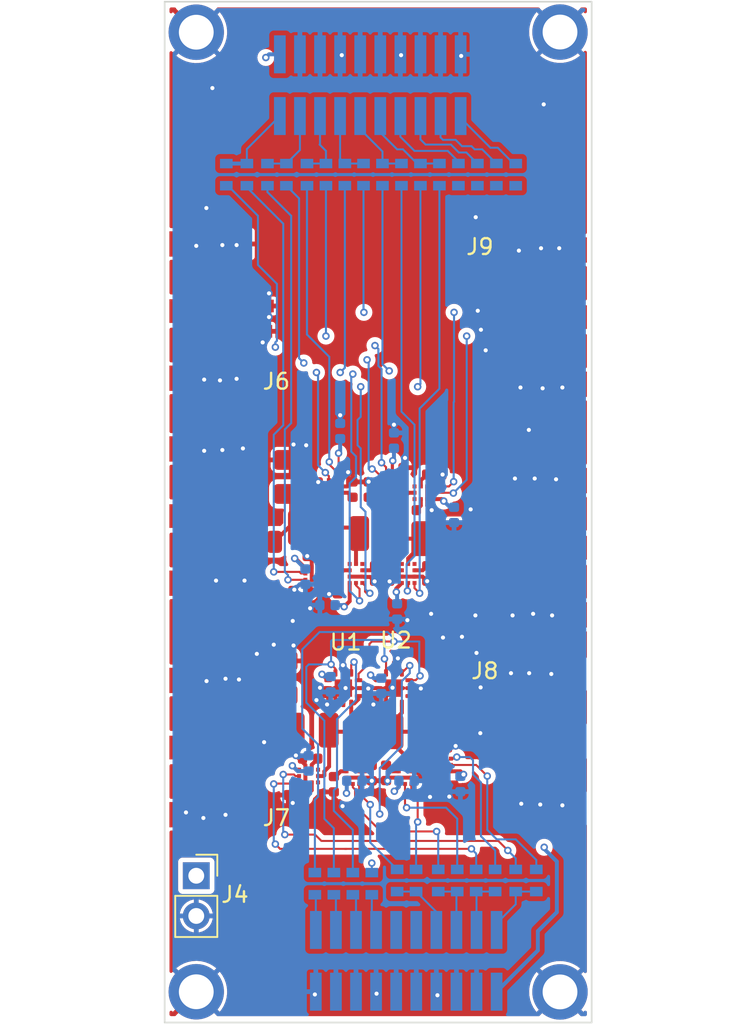
<source format=kicad_pcb>
(kicad_pcb (version 20211014) (generator pcbnew)

  (general
    (thickness 3.39)
  )

  (paper "A4")
  (layers
    (0 "F.Cu" mixed)
    (1 "In1.Cu" signal)
    (2 "In2.Cu" signal)
    (31 "B.Cu" mixed)
    (35 "F.Paste" user)
    (36 "B.SilkS" user "B.Silkscreen")
    (37 "F.SilkS" user "F.Silkscreen")
    (38 "B.Mask" user)
    (39 "F.Mask" user)
    (44 "Edge.Cuts" user)
    (45 "Margin" user)
    (46 "B.CrtYd" user "B.Courtyard")
    (47 "F.CrtYd" user "F.Courtyard")
    (48 "B.Fab" user)
    (49 "F.Fab" user)
  )

  (setup
    (stackup
      (layer "F.SilkS" (type "Top Silk Screen"))
      (layer "F.Paste" (type "Top Solder Paste"))
      (layer "F.Mask" (type "Top Solder Mask") (thickness 0.01))
      (layer "F.Cu" (type "copper") (thickness 0.035))
      (layer "dielectric 1" (type "core") (thickness 0.21) (material "FR4") (epsilon_r 4.5) (loss_tangent 0.02))
      (layer "In1.Cu" (type "copper") (thickness 0.035))
      (layer "dielectric 2" (type "prepreg") (thickness 1.51) (material "FR4") (epsilon_r 4.5) (loss_tangent 0.02))
      (layer "In2.Cu" (type "copper") (thickness 0.035))
      (layer "dielectric 3" (type "core") (thickness 1.51) (material "FR4") (epsilon_r 4.5) (loss_tangent 0.02))
      (layer "B.Cu" (type "copper") (thickness 0.035))
      (layer "B.Mask" (type "Bottom Solder Mask") (thickness 0.01))
      (layer "B.SilkS" (type "Bottom Silk Screen"))
      (copper_finish "None")
      (dielectric_constraints no)
    )
    (pad_to_mask_clearance 0)
    (aux_axis_origin 58 77)
    (pcbplotparams
      (layerselection 0x00010f8_ffffffff)
      (disableapertmacros false)
      (usegerberextensions false)
      (usegerberattributes true)
      (usegerberadvancedattributes true)
      (creategerberjobfile true)
      (svguseinch false)
      (svgprecision 6)
      (excludeedgelayer true)
      (plotframeref false)
      (viasonmask false)
      (mode 1)
      (useauxorigin false)
      (hpglpennumber 1)
      (hpglpenspeed 20)
      (hpglpendiameter 15.000000)
      (dxfpolygonmode true)
      (dxfimperialunits true)
      (dxfusepcbnewfont true)
      (psnegative false)
      (psa4output false)
      (plotreference true)
      (plotvalue true)
      (plotinvisibletext false)
      (sketchpadsonfab false)
      (subtractmaskfromsilk false)
      (outputformat 1)
      (mirror false)
      (drillshape 0)
      (scaleselection 1)
      (outputdirectory "plot/")
    )
  )

  (net 0 "")
  (net 1 "Net-(C3-Pad1)")
  (net 2 "Net-(C4-Pad1)")
  (net 3 "Net-(C8-Pad1)")
  (net 4 "Net-(C9-Pad1)")
  (net 5 "Net-(C10-Pad1)")
  (net 6 "Net-(C11-Pad1)")
  (net 7 "Net-(C12-Pad1)")
  (net 8 "Net-(C16-Pad1)")
  (net 9 "Net-(C17-Pad1)")
  (net 10 "Net-(C18-Pad1)")
  (net 11 "Net-(C19-Pad1)")
  (net 12 "Net-(C20-Pad1)")
  (net 13 "Net-(C25-Pad1)")
  (net 14 "Net-(C26-Pad1)")
  (net 15 "Net-(C28-Pad1)")
  (net 16 "Net-(C29-Pad1)")
  (net 17 "Net-(C34-Pad1)")
  (net 18 "Net-(C1-Pad1)")
  (net 19 "GND")
  (net 20 "Net-(C35-Pad1)")
  (net 21 "Net-(J3-Pad1)")
  (net 22 "Net-(L1-Pad2)")
  (net 23 "Net-(L5-Pad2)")
  (net 24 "Net-(C2-Pad1)")
  (net 25 "Net-(J1-Pad2)")
  (net 26 "Net-(J1-Pad4)")
  (net 27 "Net-(J1-Pad6)")
  (net 28 "Net-(J1-Pad8)")
  (net 29 "Net-(J1-Pad10)")
  (net 30 "Net-(J1-Pad12)")
  (net 31 "Net-(J1-Pad14)")
  (net 32 "Net-(J1-Pad16)")
  (net 33 "Net-(J1-Pad18)")
  (net 34 "/RFA")
  (net 35 "/RFB")
  (net 36 "unconnected-(UA1-Pad1)")
  (net 37 "/SA11")
  (net 38 "/SA12")
  (net 39 "unconnected-(UA1-Pad9)")
  (net 40 "unconnected-(UA2-Pad1)")
  (net 41 "/SA21")
  (net 42 "/SA22")
  (net 43 "unconnected-(UA2-Pad9)")
  (net 44 "unconnected-(UA3-Pad1)")
  (net 45 "/SA31")
  (net 46 "/SA32")
  (net 47 "unconnected-(UA3-Pad9)")
  (net 48 "unconnected-(UB1-Pad1)")
  (net 49 "/SB11")
  (net 50 "/SB12")
  (net 51 "unconnected-(UB1-Pad9)")
  (net 52 "unconnected-(UB2-Pad1)")
  (net 53 "/SB21")
  (net 54 "/SB22")
  (net 55 "unconnected-(UB2-Pad9)")
  (net 56 "unconnected-(UB3-Pad1)")
  (net 57 "/SB31")
  (net 58 "/SB32")
  (net 59 "unconnected-(UB3-Pad9)")
  (net 60 "+2V8")
  (net 61 "Net-(J1-Pad20)")
  (net 62 "Net-(J2-Pad1)")
  (net 63 "Net-(J5-Pad8)")
  (net 64 "Net-(J5-Pad6)")
  (net 65 "Net-(J5-Pad14)")
  (net 66 "unconnected-(J5-Pad10)")
  (net 67 "Net-(J5-Pad18)")
  (net 68 "Net-(J5-Pad20)")
  (net 69 "Net-(J7-Pad1)")
  (net 70 "Net-(J8-Pad1)")
  (net 71 "/Sheet62150083/RFA")
  (net 72 "/Sheet62150083/RFB")
  (net 73 "Net-(R27-Pad1)")
  (net 74 "Net-(J6-Pad1)")
  (net 75 "Net-(J9-Pad1)")
  (net 76 "Net-(L8-Pad2)")
  (net 77 "/Sheet62150083/SB22")
  (net 78 "/Sheet62150083/SB21")
  (net 79 "/Sheet62150083/SA22")
  (net 80 "/Sheet62150083/SA21")
  (net 81 "/Sheet62150083/SB12")
  (net 82 "/Sheet62150083/SB11")
  (net 83 "/Sheet62150083/SA12")
  (net 84 "/Sheet62150083/SA11")
  (net 85 "unconnected-(UA4-Pad1)")
  (net 86 "unconnected-(UA4-Pad9)")
  (net 87 "unconnected-(UA5-Pad1)")
  (net 88 "unconnected-(UA5-Pad9)")
  (net 89 "unconnected-(UB4-Pad1)")
  (net 90 "unconnected-(UB4-Pad9)")
  (net 91 "unconnected-(UB5-Pad1)")
  (net 92 "unconnected-(UB5-Pad9)")
  (net 93 "/Sheet62150083/SEN1")
  (net 94 "/Sheet62150083/SEN2")
  (net 95 "/Sheet62150083/SCLK")
  (net 96 "/Sheet62150083/SDAT")
  (net 97 "unconnected-(J5-Pad12)")
  (net 98 "Net-(L13-Pad1)")
  (net 99 "unconnected-(R13-Pad2)")
  (net 100 "Net-(J5-Pad2)")
  (net 101 "Net-(J5-Pad4)")
  (net 102 "unconnected-(R14-Pad2)")
  (net 103 "unconnected-(R15-Pad2)")
  (net 104 "unconnected-(R30-Pad2)")

  (footprint "b_all:BGSA11_10PIN_P4_1P5X1P1" (layer "F.Cu") (at 101 129.6 180))

  (footprint "b_all:L1008_2520Metric" (layer "F.Cu") (at 104.3 132.7))

  (footprint "b_all:BGSA11_10PIN_P4_1P5X1P1" (layer "F.Cu") (at 103.4 129.8 90))

  (footprint "b_all:SMA_Edge_062" (layer "F.Cu") (at 90 131.274 90))

  (footprint "b_all:BGSA11_10PIN_P4_1P5X1P1" (layer "F.Cu") (at 97.785 129.6 180))

  (footprint "b_all:SMA_Edge_062" (layer "F.Cu") (at 111 118.703 -90))

  (footprint "b_all:MHole_2.2mm_TopBottom" (layer "F.Cu") (at 112 161.34))

  (footprint "b_all:QFN-12-1EP_2x2mm_P0.5mm_EP1.1x1.1mm" (layer "F.Cu") (at 101.5 142.1445 -90))

  (footprint "b_all:L1008_2520Metric" (layer "F.Cu") (at 96.5 132))

  (footprint "b_all:C402" (layer "F.Cu") (at 102.1 128.7 90))

  (footprint "b_all:C402" (layer "F.Cu") (at 96.5 133.8 180))

  (footprint "b_all:C402" (layer "F.Cu") (at 99.9 129.6 90))

  (footprint "b_all:MHole_2.2mm_TopBottom" (layer "F.Cu") (at 112 100.69))

  (footprint "b_all:BGSA11_10PIN_P4_1P5X1P1" (layer "F.Cu") (at 99.1 134.9))

  (footprint "b_all:BGSA11_10PIN_P4_1P5X1P1" (layer "F.Cu") (at 102.2 147.6))

  (footprint "b_all:C402" (layer "F.Cu") (at 100.1 147.515 -90))

  (footprint "b_all:C402" (layer "F.Cu") (at 104.05 128.65))

  (footprint "b_all:L805" (layer "F.Cu") (at 93 132.9))

  (footprint "b_all:BGSA11_10PIN_P4_1P5X1P1" (layer "F.Cu") (at 104.5 147 90))

  (footprint "b_all:SMA_Edge_062" (layer "F.Cu") (at 90 145.9 90))

  (footprint "b_all:L1008_2520Metric" (layer "F.Cu") (at 94.3 141.5 90))

  (footprint "b_all:MHole_2.2mm_TopBottom" (layer "F.Cu") (at 89 100.7))

  (footprint "b_all:C402" (layer "F.Cu") (at 103.6 134.9 -90))

  (footprint "b_all:L1008_2520Metric" (layer "F.Cu") (at 104.6 144.1))

  (footprint "b_all:C402" (layer "F.Cu") (at 100.3 134.9 -90))

  (footprint "b_all:C402" (layer "F.Cu") (at 95.3 148.9 180))

  (footprint "Connector_PinSocket_2.54mm:PinSocket_1x02_P2.54mm_Vertical" (layer "F.Cu") (at 89 154))

  (footprint "b_all:C402" (layer "F.Cu") (at 103.4 130.9))

  (footprint "b_all:C603" (layer "F.Cu") (at 108.1 118.3))

  (footprint "b_all:C402" (layer "F.Cu") (at 101.2 134.9 -90))

  (footprint "b_all:C402" (layer "F.Cu") (at 97.95 135.7 -90))

  (footprint "b_all:C402" (layer "F.Cu") (at 97.7 148.22 -90))

  (footprint "b_all:L1008_2520Metric" (layer "F.Cu") (at 100.375 132.374))

  (footprint "b_all:C402" (layer "F.Cu") (at 96.685 129.6 90))

  (footprint "b_all:L805" (layer "F.Cu") (at 92.8 144.2))

  (footprint "b_all:C603" (layer "F.Cu") (at 108.1 120.1))

  (footprint "b_all:C402" (layer "F.Cu") (at 95.6 136 180))

  (footprint "b_all:C603" (layer "F.Cu") (at 92.8 119.6 180))

  (footprint "b_all:L1008_2520Metric" (layer "F.Cu") (at 96.3 144.8))

  (footprint "b_all:QFN-12-1EP_2x2mm_P0.5mm_EP1.1x1.1mm" (layer "F.Cu") (at 98.3 142.1445 -90))

  (footprint "b_all:L805" (layer "F.Cu") (at 108.1 134.9))

  (footprint "b_all:C402" (layer "F.Cu") (at 101 147.5 -90))

  (footprint "b_all:BGSA11_10PIN_P4_1P5X1P1" (layer "F.Cu") (at 98.9 147.6))

  (footprint "b_all:C402" (layer "F.Cu") (at 104.4 145.9))

  (footprint "b_all:C603" (layer "F.Cu") (at 92.9 118 180))

  (footprint "b_all:L1008_2520Metric" (layer "F.Cu") (at 95 128.8 90))

  (footprint "b_all:L805" (layer "F.Cu") (at 108.1 143.7))

  (footprint "b_all:BGSA11_10PIN_P4_1P5X1P1" (layer "F.Cu") (at 102.4 134.9))

  (footprint "b_all:SMA_Edge_062" (layer "F.Cu") (at 111 133.274 -90))

  (footprint "b_all:L1008_2520Metric" (layer "F.Cu") (at 100.4 144.9))

  (footprint "b_all:C402" (layer "F.Cu") (at 103.3 148.285 -90))

  (footprint "b_all:L1008_2520Metric" (layer "F.Cu") (at 105.2 141 90))

  (footprint "b_all:BGSA11_10PIN_P4_1P5X1P1" (layer "F.Cu") (at 96.5 134.9 -90))

  (footprint "b_all:C402" (layer "F.Cu") (at 98.885 129.6 90))

  (footprint "b_all:C402" (layer "F.Cu") (at 96.2 146.6 180))

  (footprint "b_all:L1008_2520Metric" (layer "F.Cu") (at 105.3 135.8 -90))

  (footprint "b_all:MHole_2.2mm_TopBottom" (layer "F.Cu") (at 89 161.33))

  (footprint "b_all:SMA_Edge_062" (layer "F.Cu")
    (tedit 5EA8C917) (tstamp e53a1afb-1269-4ccc-9d39-72635457c7f7)
    (at 110.793 145.5 -90)
    (property "Sheetfile" "pasteArea.kicad_sch")
    (property "Sheetname" "Sheet62150083")
    (path "/00000000-0000-0000-0000-000062150084/0e1b4d03-8046-43b0-bd39-505fec34fe56")
    (attr through_hole)
    (fp_text reference "J8" (at -4.44 3.543) (layer "F.SilkS")
      (effects (font (size 1 1) (thickness 0.15)))
      (tstamp 8db77d66-1893-4457-8e22-03510340f538)
    )
    (fp_text value "SMA_Edge" (at 0.2 -1.3 90) (layer "F.Fab")
      (effects (font (size 1 1) (thickness 0.15)))
      (tstamp cbf52518-1d70-480d-a3a5-e928c4d4ef64)
    )
    (fp_line (start -0.5 1.7) (end -0.5 2) (layer "F.CrtYd") (width 0.12) (tstamp 156dcc93-4acc-4488-b91b-72013e08bc6a))
    (fp_line (start -0.5 -2.5) (end -0.5 1.7) (layer "F.CrtYd") (width 0.12) (tstamp 1d086828-e531-4329-91c2-3da38cfb3425))
    (fp_line (start 4.8 2.4) (end 4.8 -2.9) (layer "F.CrtYd") (width 0.12) (tstamp 40451c49-5a6c-4f8a-9423-5d83ab5a32eb))
    (fp_line (start -0.5 2) (end 0.5 2) (layer "F.CrtYd") (width 0.12) (tstamp 5050a159-db2a-44fd-9cb7-b23f924f1275))
    (fp_line (start 3.8 -2.5) (end 3.8 2.4) (layer "F.CrtYd") (width 0.12) (tstamp 5f1b8985-5965-458a-96f2-d17038b286df))
    (fp_line (start -4.8 -2.9) (end -4.8 2.4) (layer "F.CrtYd") (width 0.12) (tstamp 832e2c39-fc93-4e49-a861-53c757acb138))
    (fp_line (start 4.8 -2.9) (end -4.8 -2.9) (layer "F.CrtYd") (width 0.12) (tstamp 8b6dd0fd-52bc-45f7-8735-72006d02d6f7))
    (fp_line (
... [855119 chars truncated]
</source>
